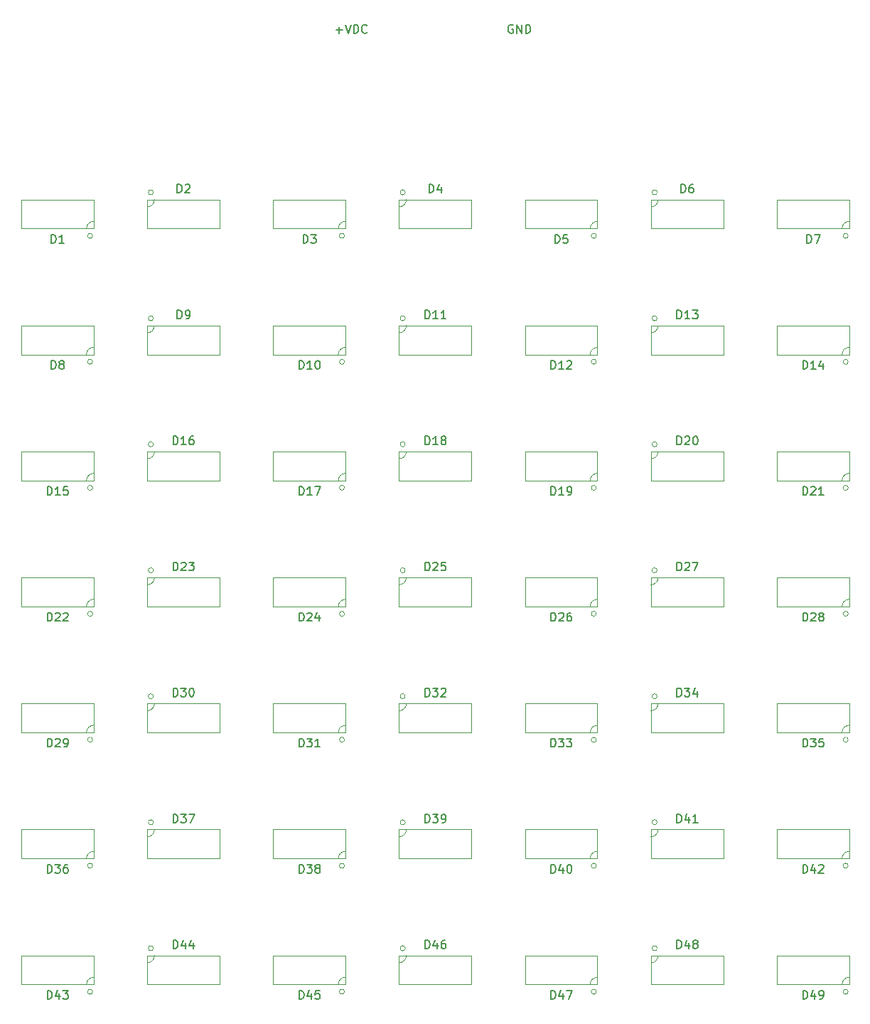
<source format=gbr>
G04 #@! TF.GenerationSoftware,KiCad,Pcbnew,(5.1.4)-1*
G04 #@! TF.CreationDate,2020-03-11T17:01:30-07:00*
G04 #@! TF.ProjectId,mouse led array,6d6f7573-6520-46c6-9564-206172726179,rev?*
G04 #@! TF.SameCoordinates,Original*
G04 #@! TF.FileFunction,Legend,Top*
G04 #@! TF.FilePolarity,Positive*
%FSLAX46Y46*%
G04 Gerber Fmt 4.6, Leading zero omitted, Abs format (unit mm)*
G04 Created by KiCad (PCBNEW (5.1.4)-1) date 2020-03-11 17:01:30*
%MOMM*%
%LPD*%
G04 APERTURE LIST*
%ADD10C,0.150000*%
%ADD11C,0.120000*%
G04 APERTURE END LIST*
D10*
X78714476Y-21611428D02*
X79476380Y-21611428D01*
X79095428Y-21992380D02*
X79095428Y-21230476D01*
X79809714Y-20992380D02*
X80143047Y-21992380D01*
X80476380Y-20992380D01*
X80809714Y-21992380D02*
X80809714Y-20992380D01*
X81047809Y-20992380D01*
X81190666Y-21040000D01*
X81285904Y-21135238D01*
X81333523Y-21230476D01*
X81381142Y-21420952D01*
X81381142Y-21563809D01*
X81333523Y-21754285D01*
X81285904Y-21849523D01*
X81190666Y-21944761D01*
X81047809Y-21992380D01*
X80809714Y-21992380D01*
X82381142Y-21897142D02*
X82333523Y-21944761D01*
X82190666Y-21992380D01*
X82095428Y-21992380D01*
X81952571Y-21944761D01*
X81857333Y-21849523D01*
X81809714Y-21754285D01*
X81762095Y-21563809D01*
X81762095Y-21420952D01*
X81809714Y-21230476D01*
X81857333Y-21135238D01*
X81952571Y-21040000D01*
X82095428Y-20992380D01*
X82190666Y-20992380D01*
X82333523Y-21040000D01*
X82381142Y-21087619D01*
X99762095Y-21040000D02*
X99666857Y-20992380D01*
X99524000Y-20992380D01*
X99381142Y-21040000D01*
X99285904Y-21135238D01*
X99238285Y-21230476D01*
X99190666Y-21420952D01*
X99190666Y-21563809D01*
X99238285Y-21754285D01*
X99285904Y-21849523D01*
X99381142Y-21944761D01*
X99524000Y-21992380D01*
X99619238Y-21992380D01*
X99762095Y-21944761D01*
X99809714Y-21897142D01*
X99809714Y-21563809D01*
X99619238Y-21563809D01*
X100238285Y-21992380D02*
X100238285Y-20992380D01*
X100809714Y-21992380D01*
X100809714Y-20992380D01*
X101285904Y-21992380D02*
X101285904Y-20992380D01*
X101524000Y-20992380D01*
X101666857Y-21040000D01*
X101762095Y-21135238D01*
X101809714Y-21230476D01*
X101857333Y-21420952D01*
X101857333Y-21563809D01*
X101809714Y-21754285D01*
X101762095Y-21849523D01*
X101666857Y-21944761D01*
X101524000Y-21992380D01*
X101285904Y-21992380D01*
D11*
X139705250Y-136127500D02*
G75*
G03X139705250Y-136127500I-300000J0D01*
G01*
X138974000Y-135265000D02*
G75*
G02X139836500Y-134402500I862500J0D01*
G01*
X139836500Y-131815000D02*
X139836500Y-135265000D01*
X131211500Y-131815000D02*
X139836500Y-131815000D01*
X131211500Y-135265000D02*
X131211500Y-131815000D01*
X139836500Y-135265000D02*
X131211500Y-135265000D01*
X116942750Y-130952500D02*
G75*
G03X116942750Y-130952500I-300000J0D01*
G01*
X117074000Y-131815000D02*
G75*
G02X116211500Y-132677500I-862500J0D01*
G01*
X116211500Y-135265000D02*
X116211500Y-131815000D01*
X124836500Y-135265000D02*
X116211500Y-135265000D01*
X124836500Y-131815000D02*
X124836500Y-135265000D01*
X116211500Y-131815000D02*
X124836500Y-131815000D01*
X109705250Y-136127500D02*
G75*
G03X109705250Y-136127500I-300000J0D01*
G01*
X108974000Y-135265000D02*
G75*
G02X109836500Y-134402500I862500J0D01*
G01*
X109836500Y-131815000D02*
X109836500Y-135265000D01*
X101211500Y-131815000D02*
X109836500Y-131815000D01*
X101211500Y-135265000D02*
X101211500Y-131815000D01*
X109836500Y-135265000D02*
X101211500Y-135265000D01*
X86942750Y-130952500D02*
G75*
G03X86942750Y-130952500I-300000J0D01*
G01*
X87074000Y-131815000D02*
G75*
G02X86211500Y-132677500I-862500J0D01*
G01*
X86211500Y-135265000D02*
X86211500Y-131815000D01*
X94836500Y-135265000D02*
X86211500Y-135265000D01*
X94836500Y-131815000D02*
X94836500Y-135265000D01*
X86211500Y-131815000D02*
X94836500Y-131815000D01*
X79705250Y-136127500D02*
G75*
G03X79705250Y-136127500I-300000J0D01*
G01*
X78974000Y-135265000D02*
G75*
G02X79836500Y-134402500I862500J0D01*
G01*
X79836500Y-131815000D02*
X79836500Y-135265000D01*
X71211500Y-131815000D02*
X79836500Y-131815000D01*
X71211500Y-135265000D02*
X71211500Y-131815000D01*
X79836500Y-135265000D02*
X71211500Y-135265000D01*
X56942750Y-130952500D02*
G75*
G03X56942750Y-130952500I-300000J0D01*
G01*
X57074000Y-131815000D02*
G75*
G02X56211500Y-132677500I-862500J0D01*
G01*
X56211500Y-135265000D02*
X56211500Y-131815000D01*
X64836500Y-135265000D02*
X56211500Y-135265000D01*
X64836500Y-131815000D02*
X64836500Y-135265000D01*
X56211500Y-131815000D02*
X64836500Y-131815000D01*
X49705250Y-136127500D02*
G75*
G03X49705250Y-136127500I-300000J0D01*
G01*
X48974000Y-135265000D02*
G75*
G02X49836500Y-134402500I862500J0D01*
G01*
X49836500Y-131815000D02*
X49836500Y-135265000D01*
X41211500Y-131815000D02*
X49836500Y-131815000D01*
X41211500Y-135265000D02*
X41211500Y-131815000D01*
X49836500Y-135265000D02*
X41211500Y-135265000D01*
X139705250Y-121127500D02*
G75*
G03X139705250Y-121127500I-300000J0D01*
G01*
X138974000Y-120265000D02*
G75*
G02X139836500Y-119402500I862500J0D01*
G01*
X139836500Y-116815000D02*
X139836500Y-120265000D01*
X131211500Y-116815000D02*
X139836500Y-116815000D01*
X131211500Y-120265000D02*
X131211500Y-116815000D01*
X139836500Y-120265000D02*
X131211500Y-120265000D01*
X116942750Y-115952500D02*
G75*
G03X116942750Y-115952500I-300000J0D01*
G01*
X117074000Y-116815000D02*
G75*
G02X116211500Y-117677500I-862500J0D01*
G01*
X116211500Y-120265000D02*
X116211500Y-116815000D01*
X124836500Y-120265000D02*
X116211500Y-120265000D01*
X124836500Y-116815000D02*
X124836500Y-120265000D01*
X116211500Y-116815000D02*
X124836500Y-116815000D01*
X109705250Y-121127500D02*
G75*
G03X109705250Y-121127500I-300000J0D01*
G01*
X108974000Y-120265000D02*
G75*
G02X109836500Y-119402500I862500J0D01*
G01*
X109836500Y-116815000D02*
X109836500Y-120265000D01*
X101211500Y-116815000D02*
X109836500Y-116815000D01*
X101211500Y-120265000D02*
X101211500Y-116815000D01*
X109836500Y-120265000D02*
X101211500Y-120265000D01*
X86942750Y-115952500D02*
G75*
G03X86942750Y-115952500I-300000J0D01*
G01*
X87074000Y-116815000D02*
G75*
G02X86211500Y-117677500I-862500J0D01*
G01*
X86211500Y-120265000D02*
X86211500Y-116815000D01*
X94836500Y-120265000D02*
X86211500Y-120265000D01*
X94836500Y-116815000D02*
X94836500Y-120265000D01*
X86211500Y-116815000D02*
X94836500Y-116815000D01*
X79705250Y-121127500D02*
G75*
G03X79705250Y-121127500I-300000J0D01*
G01*
X78974000Y-120265000D02*
G75*
G02X79836500Y-119402500I862500J0D01*
G01*
X79836500Y-116815000D02*
X79836500Y-120265000D01*
X71211500Y-116815000D02*
X79836500Y-116815000D01*
X71211500Y-120265000D02*
X71211500Y-116815000D01*
X79836500Y-120265000D02*
X71211500Y-120265000D01*
X56942750Y-115952500D02*
G75*
G03X56942750Y-115952500I-300000J0D01*
G01*
X57074000Y-116815000D02*
G75*
G02X56211500Y-117677500I-862500J0D01*
G01*
X56211500Y-120265000D02*
X56211500Y-116815000D01*
X64836500Y-120265000D02*
X56211500Y-120265000D01*
X64836500Y-116815000D02*
X64836500Y-120265000D01*
X56211500Y-116815000D02*
X64836500Y-116815000D01*
X49705250Y-121127500D02*
G75*
G03X49705250Y-121127500I-300000J0D01*
G01*
X48974000Y-120265000D02*
G75*
G02X49836500Y-119402500I862500J0D01*
G01*
X49836500Y-116815000D02*
X49836500Y-120265000D01*
X41211500Y-116815000D02*
X49836500Y-116815000D01*
X41211500Y-120265000D02*
X41211500Y-116815000D01*
X49836500Y-120265000D02*
X41211500Y-120265000D01*
X139705250Y-106127500D02*
G75*
G03X139705250Y-106127500I-300000J0D01*
G01*
X138974000Y-105265000D02*
G75*
G02X139836500Y-104402500I862500J0D01*
G01*
X139836500Y-101815000D02*
X139836500Y-105265000D01*
X131211500Y-101815000D02*
X139836500Y-101815000D01*
X131211500Y-105265000D02*
X131211500Y-101815000D01*
X139836500Y-105265000D02*
X131211500Y-105265000D01*
X116942750Y-100952500D02*
G75*
G03X116942750Y-100952500I-300000J0D01*
G01*
X117074000Y-101815000D02*
G75*
G02X116211500Y-102677500I-862500J0D01*
G01*
X116211500Y-105265000D02*
X116211500Y-101815000D01*
X124836500Y-105265000D02*
X116211500Y-105265000D01*
X124836500Y-101815000D02*
X124836500Y-105265000D01*
X116211500Y-101815000D02*
X124836500Y-101815000D01*
X109705250Y-106127500D02*
G75*
G03X109705250Y-106127500I-300000J0D01*
G01*
X108974000Y-105265000D02*
G75*
G02X109836500Y-104402500I862500J0D01*
G01*
X109836500Y-101815000D02*
X109836500Y-105265000D01*
X101211500Y-101815000D02*
X109836500Y-101815000D01*
X101211500Y-105265000D02*
X101211500Y-101815000D01*
X109836500Y-105265000D02*
X101211500Y-105265000D01*
X86942750Y-100952500D02*
G75*
G03X86942750Y-100952500I-300000J0D01*
G01*
X87074000Y-101815000D02*
G75*
G02X86211500Y-102677500I-862500J0D01*
G01*
X86211500Y-105265000D02*
X86211500Y-101815000D01*
X94836500Y-105265000D02*
X86211500Y-105265000D01*
X94836500Y-101815000D02*
X94836500Y-105265000D01*
X86211500Y-101815000D02*
X94836500Y-101815000D01*
X79705250Y-106127500D02*
G75*
G03X79705250Y-106127500I-300000J0D01*
G01*
X78974000Y-105265000D02*
G75*
G02X79836500Y-104402500I862500J0D01*
G01*
X79836500Y-101815000D02*
X79836500Y-105265000D01*
X71211500Y-101815000D02*
X79836500Y-101815000D01*
X71211500Y-105265000D02*
X71211500Y-101815000D01*
X79836500Y-105265000D02*
X71211500Y-105265000D01*
X56942750Y-100952500D02*
G75*
G03X56942750Y-100952500I-300000J0D01*
G01*
X57074000Y-101815000D02*
G75*
G02X56211500Y-102677500I-862500J0D01*
G01*
X56211500Y-105265000D02*
X56211500Y-101815000D01*
X64836500Y-105265000D02*
X56211500Y-105265000D01*
X64836500Y-101815000D02*
X64836500Y-105265000D01*
X56211500Y-101815000D02*
X64836500Y-101815000D01*
X49705250Y-106127500D02*
G75*
G03X49705250Y-106127500I-300000J0D01*
G01*
X48974000Y-105265000D02*
G75*
G02X49836500Y-104402500I862500J0D01*
G01*
X49836500Y-101815000D02*
X49836500Y-105265000D01*
X41211500Y-101815000D02*
X49836500Y-101815000D01*
X41211500Y-105265000D02*
X41211500Y-101815000D01*
X49836500Y-105265000D02*
X41211500Y-105265000D01*
X139705250Y-91127500D02*
G75*
G03X139705250Y-91127500I-300000J0D01*
G01*
X138974000Y-90265000D02*
G75*
G02X139836500Y-89402500I862500J0D01*
G01*
X139836500Y-86815000D02*
X139836500Y-90265000D01*
X131211500Y-86815000D02*
X139836500Y-86815000D01*
X131211500Y-90265000D02*
X131211500Y-86815000D01*
X139836500Y-90265000D02*
X131211500Y-90265000D01*
X116942750Y-85952500D02*
G75*
G03X116942750Y-85952500I-300000J0D01*
G01*
X117074000Y-86815000D02*
G75*
G02X116211500Y-87677500I-862500J0D01*
G01*
X116211500Y-90265000D02*
X116211500Y-86815000D01*
X124836500Y-90265000D02*
X116211500Y-90265000D01*
X124836500Y-86815000D02*
X124836500Y-90265000D01*
X116211500Y-86815000D02*
X124836500Y-86815000D01*
X109705250Y-91127500D02*
G75*
G03X109705250Y-91127500I-300000J0D01*
G01*
X108974000Y-90265000D02*
G75*
G02X109836500Y-89402500I862500J0D01*
G01*
X109836500Y-86815000D02*
X109836500Y-90265000D01*
X101211500Y-86815000D02*
X109836500Y-86815000D01*
X101211500Y-90265000D02*
X101211500Y-86815000D01*
X109836500Y-90265000D02*
X101211500Y-90265000D01*
X86942750Y-85952500D02*
G75*
G03X86942750Y-85952500I-300000J0D01*
G01*
X87074000Y-86815000D02*
G75*
G02X86211500Y-87677500I-862500J0D01*
G01*
X86211500Y-90265000D02*
X86211500Y-86815000D01*
X94836500Y-90265000D02*
X86211500Y-90265000D01*
X94836500Y-86815000D02*
X94836500Y-90265000D01*
X86211500Y-86815000D02*
X94836500Y-86815000D01*
X79705250Y-91127500D02*
G75*
G03X79705250Y-91127500I-300000J0D01*
G01*
X78974000Y-90265000D02*
G75*
G02X79836500Y-89402500I862500J0D01*
G01*
X79836500Y-86815000D02*
X79836500Y-90265000D01*
X71211500Y-86815000D02*
X79836500Y-86815000D01*
X71211500Y-90265000D02*
X71211500Y-86815000D01*
X79836500Y-90265000D02*
X71211500Y-90265000D01*
X56942750Y-85952500D02*
G75*
G03X56942750Y-85952500I-300000J0D01*
G01*
X57074000Y-86815000D02*
G75*
G02X56211500Y-87677500I-862500J0D01*
G01*
X56211500Y-90265000D02*
X56211500Y-86815000D01*
X64836500Y-90265000D02*
X56211500Y-90265000D01*
X64836500Y-86815000D02*
X64836500Y-90265000D01*
X56211500Y-86815000D02*
X64836500Y-86815000D01*
X49705250Y-91127500D02*
G75*
G03X49705250Y-91127500I-300000J0D01*
G01*
X48974000Y-90265000D02*
G75*
G02X49836500Y-89402500I862500J0D01*
G01*
X49836500Y-86815000D02*
X49836500Y-90265000D01*
X41211500Y-86815000D02*
X49836500Y-86815000D01*
X41211500Y-90265000D02*
X41211500Y-86815000D01*
X49836500Y-90265000D02*
X41211500Y-90265000D01*
X139705250Y-76127500D02*
G75*
G03X139705250Y-76127500I-300000J0D01*
G01*
X138974000Y-75265000D02*
G75*
G02X139836500Y-74402500I862500J0D01*
G01*
X139836500Y-71815000D02*
X139836500Y-75265000D01*
X131211500Y-71815000D02*
X139836500Y-71815000D01*
X131211500Y-75265000D02*
X131211500Y-71815000D01*
X139836500Y-75265000D02*
X131211500Y-75265000D01*
X116942750Y-70952500D02*
G75*
G03X116942750Y-70952500I-300000J0D01*
G01*
X117074000Y-71815000D02*
G75*
G02X116211500Y-72677500I-862500J0D01*
G01*
X116211500Y-75265000D02*
X116211500Y-71815000D01*
X124836500Y-75265000D02*
X116211500Y-75265000D01*
X124836500Y-71815000D02*
X124836500Y-75265000D01*
X116211500Y-71815000D02*
X124836500Y-71815000D01*
X109705250Y-76127500D02*
G75*
G03X109705250Y-76127500I-300000J0D01*
G01*
X108974000Y-75265000D02*
G75*
G02X109836500Y-74402500I862500J0D01*
G01*
X109836500Y-71815000D02*
X109836500Y-75265000D01*
X101211500Y-71815000D02*
X109836500Y-71815000D01*
X101211500Y-75265000D02*
X101211500Y-71815000D01*
X109836500Y-75265000D02*
X101211500Y-75265000D01*
X86942750Y-70952500D02*
G75*
G03X86942750Y-70952500I-300000J0D01*
G01*
X87074000Y-71815000D02*
G75*
G02X86211500Y-72677500I-862500J0D01*
G01*
X86211500Y-75265000D02*
X86211500Y-71815000D01*
X94836500Y-75265000D02*
X86211500Y-75265000D01*
X94836500Y-71815000D02*
X94836500Y-75265000D01*
X86211500Y-71815000D02*
X94836500Y-71815000D01*
X79705250Y-76127500D02*
G75*
G03X79705250Y-76127500I-300000J0D01*
G01*
X78974000Y-75265000D02*
G75*
G02X79836500Y-74402500I862500J0D01*
G01*
X79836500Y-71815000D02*
X79836500Y-75265000D01*
X71211500Y-71815000D02*
X79836500Y-71815000D01*
X71211500Y-75265000D02*
X71211500Y-71815000D01*
X79836500Y-75265000D02*
X71211500Y-75265000D01*
X56942750Y-70952500D02*
G75*
G03X56942750Y-70952500I-300000J0D01*
G01*
X57074000Y-71815000D02*
G75*
G02X56211500Y-72677500I-862500J0D01*
G01*
X56211500Y-75265000D02*
X56211500Y-71815000D01*
X64836500Y-75265000D02*
X56211500Y-75265000D01*
X64836500Y-71815000D02*
X64836500Y-75265000D01*
X56211500Y-71815000D02*
X64836500Y-71815000D01*
X49705250Y-76127500D02*
G75*
G03X49705250Y-76127500I-300000J0D01*
G01*
X48974000Y-75265000D02*
G75*
G02X49836500Y-74402500I862500J0D01*
G01*
X49836500Y-71815000D02*
X49836500Y-75265000D01*
X41211500Y-71815000D02*
X49836500Y-71815000D01*
X41211500Y-75265000D02*
X41211500Y-71815000D01*
X49836500Y-75265000D02*
X41211500Y-75265000D01*
X139705250Y-61127500D02*
G75*
G03X139705250Y-61127500I-300000J0D01*
G01*
X138974000Y-60265000D02*
G75*
G02X139836500Y-59402500I862500J0D01*
G01*
X139836500Y-56815000D02*
X139836500Y-60265000D01*
X131211500Y-56815000D02*
X139836500Y-56815000D01*
X131211500Y-60265000D02*
X131211500Y-56815000D01*
X139836500Y-60265000D02*
X131211500Y-60265000D01*
X116942750Y-55952500D02*
G75*
G03X116942750Y-55952500I-300000J0D01*
G01*
X117074000Y-56815000D02*
G75*
G02X116211500Y-57677500I-862500J0D01*
G01*
X116211500Y-60265000D02*
X116211500Y-56815000D01*
X124836500Y-60265000D02*
X116211500Y-60265000D01*
X124836500Y-56815000D02*
X124836500Y-60265000D01*
X116211500Y-56815000D02*
X124836500Y-56815000D01*
X109705250Y-61127500D02*
G75*
G03X109705250Y-61127500I-300000J0D01*
G01*
X108974000Y-60265000D02*
G75*
G02X109836500Y-59402500I862500J0D01*
G01*
X109836500Y-56815000D02*
X109836500Y-60265000D01*
X101211500Y-56815000D02*
X109836500Y-56815000D01*
X101211500Y-60265000D02*
X101211500Y-56815000D01*
X109836500Y-60265000D02*
X101211500Y-60265000D01*
X86942750Y-55952500D02*
G75*
G03X86942750Y-55952500I-300000J0D01*
G01*
X87074000Y-56815000D02*
G75*
G02X86211500Y-57677500I-862500J0D01*
G01*
X86211500Y-60265000D02*
X86211500Y-56815000D01*
X94836500Y-60265000D02*
X86211500Y-60265000D01*
X94836500Y-56815000D02*
X94836500Y-60265000D01*
X86211500Y-56815000D02*
X94836500Y-56815000D01*
X79705250Y-61127500D02*
G75*
G03X79705250Y-61127500I-300000J0D01*
G01*
X78974000Y-60265000D02*
G75*
G02X79836500Y-59402500I862500J0D01*
G01*
X79836500Y-56815000D02*
X79836500Y-60265000D01*
X71211500Y-56815000D02*
X79836500Y-56815000D01*
X71211500Y-60265000D02*
X71211500Y-56815000D01*
X79836500Y-60265000D02*
X71211500Y-60265000D01*
X56942750Y-55952500D02*
G75*
G03X56942750Y-55952500I-300000J0D01*
G01*
X57074000Y-56815000D02*
G75*
G02X56211500Y-57677500I-862500J0D01*
G01*
X56211500Y-60265000D02*
X56211500Y-56815000D01*
X64836500Y-60265000D02*
X56211500Y-60265000D01*
X64836500Y-56815000D02*
X64836500Y-60265000D01*
X56211500Y-56815000D02*
X64836500Y-56815000D01*
X49698050Y-61121800D02*
G75*
G03X49698050Y-61121800I-300000J0D01*
G01*
X48966800Y-60259300D02*
G75*
G02X49829300Y-59396800I862500J0D01*
G01*
X49829300Y-56809300D02*
X49829300Y-60259300D01*
X41204300Y-56809300D02*
X49829300Y-56809300D01*
X41204300Y-60259300D02*
X41204300Y-56809300D01*
X49829300Y-60259300D02*
X41204300Y-60259300D01*
X139705250Y-46127500D02*
G75*
G03X139705250Y-46127500I-300000J0D01*
G01*
X138974000Y-45265000D02*
G75*
G02X139836500Y-44402500I862500J0D01*
G01*
X139836500Y-41815000D02*
X139836500Y-45265000D01*
X131211500Y-41815000D02*
X139836500Y-41815000D01*
X131211500Y-45265000D02*
X131211500Y-41815000D01*
X139836500Y-45265000D02*
X131211500Y-45265000D01*
X116942750Y-40952500D02*
G75*
G03X116942750Y-40952500I-300000J0D01*
G01*
X117074000Y-41815000D02*
G75*
G02X116211500Y-42677500I-862500J0D01*
G01*
X116211500Y-45265000D02*
X116211500Y-41815000D01*
X124836500Y-45265000D02*
X116211500Y-45265000D01*
X124836500Y-41815000D02*
X124836500Y-45265000D01*
X116211500Y-41815000D02*
X124836500Y-41815000D01*
X109705250Y-46127500D02*
G75*
G03X109705250Y-46127500I-300000J0D01*
G01*
X108974000Y-45265000D02*
G75*
G02X109836500Y-44402500I862500J0D01*
G01*
X109836500Y-41815000D02*
X109836500Y-45265000D01*
X101211500Y-41815000D02*
X109836500Y-41815000D01*
X101211500Y-45265000D02*
X101211500Y-41815000D01*
X109836500Y-45265000D02*
X101211500Y-45265000D01*
X86942750Y-40952500D02*
G75*
G03X86942750Y-40952500I-300000J0D01*
G01*
X87074000Y-41815000D02*
G75*
G02X86211500Y-42677500I-862500J0D01*
G01*
X86211500Y-45265000D02*
X86211500Y-41815000D01*
X94836500Y-45265000D02*
X86211500Y-45265000D01*
X94836500Y-41815000D02*
X94836500Y-45265000D01*
X86211500Y-41815000D02*
X94836500Y-41815000D01*
X79705250Y-46127500D02*
G75*
G03X79705250Y-46127500I-300000J0D01*
G01*
X78974000Y-45265000D02*
G75*
G02X79836500Y-44402500I862500J0D01*
G01*
X79836500Y-41815000D02*
X79836500Y-45265000D01*
X71211500Y-41815000D02*
X79836500Y-41815000D01*
X71211500Y-45265000D02*
X71211500Y-41815000D01*
X79836500Y-45265000D02*
X71211500Y-45265000D01*
X56942750Y-40952500D02*
G75*
G03X56942750Y-40952500I-300000J0D01*
G01*
X57074000Y-41815000D02*
G75*
G02X56211500Y-42677500I-862500J0D01*
G01*
X56211500Y-45265000D02*
X56211500Y-41815000D01*
X64836500Y-45265000D02*
X56211500Y-45265000D01*
X64836500Y-41815000D02*
X64836500Y-45265000D01*
X56211500Y-41815000D02*
X64836500Y-41815000D01*
X49705250Y-46127500D02*
G75*
G03X49705250Y-46127500I-300000J0D01*
G01*
X48974000Y-45265000D02*
G75*
G02X49836500Y-44402500I862500J0D01*
G01*
X49836500Y-41815000D02*
X49836500Y-45265000D01*
X41211500Y-41815000D02*
X49836500Y-41815000D01*
X41211500Y-45265000D02*
X41211500Y-41815000D01*
X49836500Y-45265000D02*
X41211500Y-45265000D01*
D10*
X134309714Y-136992380D02*
X134309714Y-135992380D01*
X134547809Y-135992380D01*
X134690666Y-136040000D01*
X134785904Y-136135238D01*
X134833523Y-136230476D01*
X134881142Y-136420952D01*
X134881142Y-136563809D01*
X134833523Y-136754285D01*
X134785904Y-136849523D01*
X134690666Y-136944761D01*
X134547809Y-136992380D01*
X134309714Y-136992380D01*
X135738285Y-136325714D02*
X135738285Y-136992380D01*
X135500190Y-135944761D02*
X135262095Y-136659047D01*
X135881142Y-136659047D01*
X136309714Y-136992380D02*
X136500190Y-136992380D01*
X136595428Y-136944761D01*
X136643047Y-136897142D01*
X136738285Y-136754285D01*
X136785904Y-136563809D01*
X136785904Y-136182857D01*
X136738285Y-136087619D01*
X136690666Y-136040000D01*
X136595428Y-135992380D01*
X136404952Y-135992380D01*
X136309714Y-136040000D01*
X136262095Y-136087619D01*
X136214476Y-136182857D01*
X136214476Y-136420952D01*
X136262095Y-136516190D01*
X136309714Y-136563809D01*
X136404952Y-136611428D01*
X136595428Y-136611428D01*
X136690666Y-136563809D01*
X136738285Y-136516190D01*
X136785904Y-136420952D01*
X119309714Y-130992380D02*
X119309714Y-129992380D01*
X119547809Y-129992380D01*
X119690666Y-130040000D01*
X119785904Y-130135238D01*
X119833523Y-130230476D01*
X119881142Y-130420952D01*
X119881142Y-130563809D01*
X119833523Y-130754285D01*
X119785904Y-130849523D01*
X119690666Y-130944761D01*
X119547809Y-130992380D01*
X119309714Y-130992380D01*
X120738285Y-130325714D02*
X120738285Y-130992380D01*
X120500190Y-129944761D02*
X120262095Y-130659047D01*
X120881142Y-130659047D01*
X121404952Y-130420952D02*
X121309714Y-130373333D01*
X121262095Y-130325714D01*
X121214476Y-130230476D01*
X121214476Y-130182857D01*
X121262095Y-130087619D01*
X121309714Y-130040000D01*
X121404952Y-129992380D01*
X121595428Y-129992380D01*
X121690666Y-130040000D01*
X121738285Y-130087619D01*
X121785904Y-130182857D01*
X121785904Y-130230476D01*
X121738285Y-130325714D01*
X121690666Y-130373333D01*
X121595428Y-130420952D01*
X121404952Y-130420952D01*
X121309714Y-130468571D01*
X121262095Y-130516190D01*
X121214476Y-130611428D01*
X121214476Y-130801904D01*
X121262095Y-130897142D01*
X121309714Y-130944761D01*
X121404952Y-130992380D01*
X121595428Y-130992380D01*
X121690666Y-130944761D01*
X121738285Y-130897142D01*
X121785904Y-130801904D01*
X121785904Y-130611428D01*
X121738285Y-130516190D01*
X121690666Y-130468571D01*
X121595428Y-130420952D01*
X104309714Y-136992380D02*
X104309714Y-135992380D01*
X104547809Y-135992380D01*
X104690666Y-136040000D01*
X104785904Y-136135238D01*
X104833523Y-136230476D01*
X104881142Y-136420952D01*
X104881142Y-136563809D01*
X104833523Y-136754285D01*
X104785904Y-136849523D01*
X104690666Y-136944761D01*
X104547809Y-136992380D01*
X104309714Y-136992380D01*
X105738285Y-136325714D02*
X105738285Y-136992380D01*
X105500190Y-135944761D02*
X105262095Y-136659047D01*
X105881142Y-136659047D01*
X106166857Y-135992380D02*
X106833523Y-135992380D01*
X106404952Y-136992380D01*
X89309714Y-130992380D02*
X89309714Y-129992380D01*
X89547809Y-129992380D01*
X89690666Y-130040000D01*
X89785904Y-130135238D01*
X89833523Y-130230476D01*
X89881142Y-130420952D01*
X89881142Y-130563809D01*
X89833523Y-130754285D01*
X89785904Y-130849523D01*
X89690666Y-130944761D01*
X89547809Y-130992380D01*
X89309714Y-130992380D01*
X90738285Y-130325714D02*
X90738285Y-130992380D01*
X90500190Y-129944761D02*
X90262095Y-130659047D01*
X90881142Y-130659047D01*
X91690666Y-129992380D02*
X91500190Y-129992380D01*
X91404952Y-130040000D01*
X91357333Y-130087619D01*
X91262095Y-130230476D01*
X91214476Y-130420952D01*
X91214476Y-130801904D01*
X91262095Y-130897142D01*
X91309714Y-130944761D01*
X91404952Y-130992380D01*
X91595428Y-130992380D01*
X91690666Y-130944761D01*
X91738285Y-130897142D01*
X91785904Y-130801904D01*
X91785904Y-130563809D01*
X91738285Y-130468571D01*
X91690666Y-130420952D01*
X91595428Y-130373333D01*
X91404952Y-130373333D01*
X91309714Y-130420952D01*
X91262095Y-130468571D01*
X91214476Y-130563809D01*
X74309714Y-136992380D02*
X74309714Y-135992380D01*
X74547809Y-135992380D01*
X74690666Y-136040000D01*
X74785904Y-136135238D01*
X74833523Y-136230476D01*
X74881142Y-136420952D01*
X74881142Y-136563809D01*
X74833523Y-136754285D01*
X74785904Y-136849523D01*
X74690666Y-136944761D01*
X74547809Y-136992380D01*
X74309714Y-136992380D01*
X75738285Y-136325714D02*
X75738285Y-136992380D01*
X75500190Y-135944761D02*
X75262095Y-136659047D01*
X75881142Y-136659047D01*
X76738285Y-135992380D02*
X76262095Y-135992380D01*
X76214476Y-136468571D01*
X76262095Y-136420952D01*
X76357333Y-136373333D01*
X76595428Y-136373333D01*
X76690666Y-136420952D01*
X76738285Y-136468571D01*
X76785904Y-136563809D01*
X76785904Y-136801904D01*
X76738285Y-136897142D01*
X76690666Y-136944761D01*
X76595428Y-136992380D01*
X76357333Y-136992380D01*
X76262095Y-136944761D01*
X76214476Y-136897142D01*
X59309714Y-130992380D02*
X59309714Y-129992380D01*
X59547809Y-129992380D01*
X59690666Y-130040000D01*
X59785904Y-130135238D01*
X59833523Y-130230476D01*
X59881142Y-130420952D01*
X59881142Y-130563809D01*
X59833523Y-130754285D01*
X59785904Y-130849523D01*
X59690666Y-130944761D01*
X59547809Y-130992380D01*
X59309714Y-130992380D01*
X60738285Y-130325714D02*
X60738285Y-130992380D01*
X60500190Y-129944761D02*
X60262095Y-130659047D01*
X60881142Y-130659047D01*
X61690666Y-130325714D02*
X61690666Y-130992380D01*
X61452571Y-129944761D02*
X61214476Y-130659047D01*
X61833523Y-130659047D01*
X44309714Y-136992380D02*
X44309714Y-135992380D01*
X44547809Y-135992380D01*
X44690666Y-136040000D01*
X44785904Y-136135238D01*
X44833523Y-136230476D01*
X44881142Y-136420952D01*
X44881142Y-136563809D01*
X44833523Y-136754285D01*
X44785904Y-136849523D01*
X44690666Y-136944761D01*
X44547809Y-136992380D01*
X44309714Y-136992380D01*
X45738285Y-136325714D02*
X45738285Y-136992380D01*
X45500190Y-135944761D02*
X45262095Y-136659047D01*
X45881142Y-136659047D01*
X46166857Y-135992380D02*
X46785904Y-135992380D01*
X46452571Y-136373333D01*
X46595428Y-136373333D01*
X46690666Y-136420952D01*
X46738285Y-136468571D01*
X46785904Y-136563809D01*
X46785904Y-136801904D01*
X46738285Y-136897142D01*
X46690666Y-136944761D01*
X46595428Y-136992380D01*
X46309714Y-136992380D01*
X46214476Y-136944761D01*
X46166857Y-136897142D01*
X134309714Y-121992380D02*
X134309714Y-120992380D01*
X134547809Y-120992380D01*
X134690666Y-121040000D01*
X134785904Y-121135238D01*
X134833523Y-121230476D01*
X134881142Y-121420952D01*
X134881142Y-121563809D01*
X134833523Y-121754285D01*
X134785904Y-121849523D01*
X134690666Y-121944761D01*
X134547809Y-121992380D01*
X134309714Y-121992380D01*
X135738285Y-121325714D02*
X135738285Y-121992380D01*
X135500190Y-120944761D02*
X135262095Y-121659047D01*
X135881142Y-121659047D01*
X136214476Y-121087619D02*
X136262095Y-121040000D01*
X136357333Y-120992380D01*
X136595428Y-120992380D01*
X136690666Y-121040000D01*
X136738285Y-121087619D01*
X136785904Y-121182857D01*
X136785904Y-121278095D01*
X136738285Y-121420952D01*
X136166857Y-121992380D01*
X136785904Y-121992380D01*
X119309714Y-115992380D02*
X119309714Y-114992380D01*
X119547809Y-114992380D01*
X119690666Y-115040000D01*
X119785904Y-115135238D01*
X119833523Y-115230476D01*
X119881142Y-115420952D01*
X119881142Y-115563809D01*
X119833523Y-115754285D01*
X119785904Y-115849523D01*
X119690666Y-115944761D01*
X119547809Y-115992380D01*
X119309714Y-115992380D01*
X120738285Y-115325714D02*
X120738285Y-115992380D01*
X120500190Y-114944761D02*
X120262095Y-115659047D01*
X120881142Y-115659047D01*
X121785904Y-115992380D02*
X121214476Y-115992380D01*
X121500190Y-115992380D02*
X121500190Y-114992380D01*
X121404952Y-115135238D01*
X121309714Y-115230476D01*
X121214476Y-115278095D01*
X104309714Y-121992380D02*
X104309714Y-120992380D01*
X104547809Y-120992380D01*
X104690666Y-121040000D01*
X104785904Y-121135238D01*
X104833523Y-121230476D01*
X104881142Y-121420952D01*
X104881142Y-121563809D01*
X104833523Y-121754285D01*
X104785904Y-121849523D01*
X104690666Y-121944761D01*
X104547809Y-121992380D01*
X104309714Y-121992380D01*
X105738285Y-121325714D02*
X105738285Y-121992380D01*
X105500190Y-120944761D02*
X105262095Y-121659047D01*
X105881142Y-121659047D01*
X106452571Y-120992380D02*
X106547809Y-120992380D01*
X106643047Y-121040000D01*
X106690666Y-121087619D01*
X106738285Y-121182857D01*
X106785904Y-121373333D01*
X106785904Y-121611428D01*
X106738285Y-121801904D01*
X106690666Y-121897142D01*
X106643047Y-121944761D01*
X106547809Y-121992380D01*
X106452571Y-121992380D01*
X106357333Y-121944761D01*
X106309714Y-121897142D01*
X106262095Y-121801904D01*
X106214476Y-121611428D01*
X106214476Y-121373333D01*
X106262095Y-121182857D01*
X106309714Y-121087619D01*
X106357333Y-121040000D01*
X106452571Y-120992380D01*
X89309714Y-115992380D02*
X89309714Y-114992380D01*
X89547809Y-114992380D01*
X89690666Y-115040000D01*
X89785904Y-115135238D01*
X89833523Y-115230476D01*
X89881142Y-115420952D01*
X89881142Y-115563809D01*
X89833523Y-115754285D01*
X89785904Y-115849523D01*
X89690666Y-115944761D01*
X89547809Y-115992380D01*
X89309714Y-115992380D01*
X90214476Y-114992380D02*
X90833523Y-114992380D01*
X90500190Y-115373333D01*
X90643047Y-115373333D01*
X90738285Y-115420952D01*
X90785904Y-115468571D01*
X90833523Y-115563809D01*
X90833523Y-115801904D01*
X90785904Y-115897142D01*
X90738285Y-115944761D01*
X90643047Y-115992380D01*
X90357333Y-115992380D01*
X90262095Y-115944761D01*
X90214476Y-115897142D01*
X91309714Y-115992380D02*
X91500190Y-115992380D01*
X91595428Y-115944761D01*
X91643047Y-115897142D01*
X91738285Y-115754285D01*
X91785904Y-115563809D01*
X91785904Y-115182857D01*
X91738285Y-115087619D01*
X91690666Y-115040000D01*
X91595428Y-114992380D01*
X91404952Y-114992380D01*
X91309714Y-115040000D01*
X91262095Y-115087619D01*
X91214476Y-115182857D01*
X91214476Y-115420952D01*
X91262095Y-115516190D01*
X91309714Y-115563809D01*
X91404952Y-115611428D01*
X91595428Y-115611428D01*
X91690666Y-115563809D01*
X91738285Y-115516190D01*
X91785904Y-115420952D01*
X74309714Y-121992380D02*
X74309714Y-120992380D01*
X74547809Y-120992380D01*
X74690666Y-121040000D01*
X74785904Y-121135238D01*
X74833523Y-121230476D01*
X74881142Y-121420952D01*
X74881142Y-121563809D01*
X74833523Y-121754285D01*
X74785904Y-121849523D01*
X74690666Y-121944761D01*
X74547809Y-121992380D01*
X74309714Y-121992380D01*
X75214476Y-120992380D02*
X75833523Y-120992380D01*
X75500190Y-121373333D01*
X75643047Y-121373333D01*
X75738285Y-121420952D01*
X75785904Y-121468571D01*
X75833523Y-121563809D01*
X75833523Y-121801904D01*
X75785904Y-121897142D01*
X75738285Y-121944761D01*
X75643047Y-121992380D01*
X75357333Y-121992380D01*
X75262095Y-121944761D01*
X75214476Y-121897142D01*
X76404952Y-121420952D02*
X76309714Y-121373333D01*
X76262095Y-121325714D01*
X76214476Y-121230476D01*
X76214476Y-121182857D01*
X76262095Y-121087619D01*
X76309714Y-121040000D01*
X76404952Y-120992380D01*
X76595428Y-120992380D01*
X76690666Y-121040000D01*
X76738285Y-121087619D01*
X76785904Y-121182857D01*
X76785904Y-121230476D01*
X76738285Y-121325714D01*
X76690666Y-121373333D01*
X76595428Y-121420952D01*
X76404952Y-121420952D01*
X76309714Y-121468571D01*
X76262095Y-121516190D01*
X76214476Y-121611428D01*
X76214476Y-121801904D01*
X76262095Y-121897142D01*
X76309714Y-121944761D01*
X76404952Y-121992380D01*
X76595428Y-121992380D01*
X76690666Y-121944761D01*
X76738285Y-121897142D01*
X76785904Y-121801904D01*
X76785904Y-121611428D01*
X76738285Y-121516190D01*
X76690666Y-121468571D01*
X76595428Y-121420952D01*
X59309714Y-115992380D02*
X59309714Y-114992380D01*
X59547809Y-114992380D01*
X59690666Y-115040000D01*
X59785904Y-115135238D01*
X59833523Y-115230476D01*
X59881142Y-115420952D01*
X59881142Y-115563809D01*
X59833523Y-115754285D01*
X59785904Y-115849523D01*
X59690666Y-115944761D01*
X59547809Y-115992380D01*
X59309714Y-115992380D01*
X60214476Y-114992380D02*
X60833523Y-114992380D01*
X60500190Y-115373333D01*
X60643047Y-115373333D01*
X60738285Y-115420952D01*
X60785904Y-115468571D01*
X60833523Y-115563809D01*
X60833523Y-115801904D01*
X60785904Y-115897142D01*
X60738285Y-115944761D01*
X60643047Y-115992380D01*
X60357333Y-115992380D01*
X60262095Y-115944761D01*
X60214476Y-115897142D01*
X61166857Y-114992380D02*
X61833523Y-114992380D01*
X61404952Y-115992380D01*
X44309714Y-121992380D02*
X44309714Y-120992380D01*
X44547809Y-120992380D01*
X44690666Y-121040000D01*
X44785904Y-121135238D01*
X44833523Y-121230476D01*
X44881142Y-121420952D01*
X44881142Y-121563809D01*
X44833523Y-121754285D01*
X44785904Y-121849523D01*
X44690666Y-121944761D01*
X44547809Y-121992380D01*
X44309714Y-121992380D01*
X45214476Y-120992380D02*
X45833523Y-120992380D01*
X45500190Y-121373333D01*
X45643047Y-121373333D01*
X45738285Y-121420952D01*
X45785904Y-121468571D01*
X45833523Y-121563809D01*
X45833523Y-121801904D01*
X45785904Y-121897142D01*
X45738285Y-121944761D01*
X45643047Y-121992380D01*
X45357333Y-121992380D01*
X45262095Y-121944761D01*
X45214476Y-121897142D01*
X46690666Y-120992380D02*
X46500190Y-120992380D01*
X46404952Y-121040000D01*
X46357333Y-121087619D01*
X46262095Y-121230476D01*
X46214476Y-121420952D01*
X46214476Y-121801904D01*
X46262095Y-121897142D01*
X46309714Y-121944761D01*
X46404952Y-121992380D01*
X46595428Y-121992380D01*
X46690666Y-121944761D01*
X46738285Y-121897142D01*
X46785904Y-121801904D01*
X46785904Y-121563809D01*
X46738285Y-121468571D01*
X46690666Y-121420952D01*
X46595428Y-121373333D01*
X46404952Y-121373333D01*
X46309714Y-121420952D01*
X46262095Y-121468571D01*
X46214476Y-121563809D01*
X134309714Y-106992380D02*
X134309714Y-105992380D01*
X134547809Y-105992380D01*
X134690666Y-106040000D01*
X134785904Y-106135238D01*
X134833523Y-106230476D01*
X134881142Y-106420952D01*
X134881142Y-106563809D01*
X134833523Y-106754285D01*
X134785904Y-106849523D01*
X134690666Y-106944761D01*
X134547809Y-106992380D01*
X134309714Y-106992380D01*
X135214476Y-105992380D02*
X135833523Y-105992380D01*
X135500190Y-106373333D01*
X135643047Y-106373333D01*
X135738285Y-106420952D01*
X135785904Y-106468571D01*
X135833523Y-106563809D01*
X135833523Y-106801904D01*
X135785904Y-106897142D01*
X135738285Y-106944761D01*
X135643047Y-106992380D01*
X135357333Y-106992380D01*
X135262095Y-106944761D01*
X135214476Y-106897142D01*
X136738285Y-105992380D02*
X136262095Y-105992380D01*
X136214476Y-106468571D01*
X136262095Y-106420952D01*
X136357333Y-106373333D01*
X136595428Y-106373333D01*
X136690666Y-106420952D01*
X136738285Y-106468571D01*
X136785904Y-106563809D01*
X136785904Y-106801904D01*
X136738285Y-106897142D01*
X136690666Y-106944761D01*
X136595428Y-106992380D01*
X136357333Y-106992380D01*
X136262095Y-106944761D01*
X136214476Y-106897142D01*
X119309714Y-100992380D02*
X119309714Y-99992380D01*
X119547809Y-99992380D01*
X119690666Y-100040000D01*
X119785904Y-100135238D01*
X119833523Y-100230476D01*
X119881142Y-100420952D01*
X119881142Y-100563809D01*
X119833523Y-100754285D01*
X119785904Y-100849523D01*
X119690666Y-100944761D01*
X119547809Y-100992380D01*
X119309714Y-100992380D01*
X120214476Y-99992380D02*
X120833523Y-99992380D01*
X120500190Y-100373333D01*
X120643047Y-100373333D01*
X120738285Y-100420952D01*
X120785904Y-100468571D01*
X120833523Y-100563809D01*
X120833523Y-100801904D01*
X120785904Y-100897142D01*
X120738285Y-100944761D01*
X120643047Y-100992380D01*
X120357333Y-100992380D01*
X120262095Y-100944761D01*
X120214476Y-100897142D01*
X121690666Y-100325714D02*
X121690666Y-100992380D01*
X121452571Y-99944761D02*
X121214476Y-100659047D01*
X121833523Y-100659047D01*
X104309714Y-106992380D02*
X104309714Y-105992380D01*
X104547809Y-105992380D01*
X104690666Y-106040000D01*
X104785904Y-106135238D01*
X104833523Y-106230476D01*
X104881142Y-106420952D01*
X104881142Y-106563809D01*
X104833523Y-106754285D01*
X104785904Y-106849523D01*
X104690666Y-106944761D01*
X104547809Y-106992380D01*
X104309714Y-106992380D01*
X105214476Y-105992380D02*
X105833523Y-105992380D01*
X105500190Y-106373333D01*
X105643047Y-106373333D01*
X105738285Y-106420952D01*
X105785904Y-106468571D01*
X105833523Y-106563809D01*
X105833523Y-106801904D01*
X105785904Y-106897142D01*
X105738285Y-106944761D01*
X105643047Y-106992380D01*
X105357333Y-106992380D01*
X105262095Y-106944761D01*
X105214476Y-106897142D01*
X106166857Y-105992380D02*
X106785904Y-105992380D01*
X106452571Y-106373333D01*
X106595428Y-106373333D01*
X106690666Y-106420952D01*
X106738285Y-106468571D01*
X106785904Y-106563809D01*
X106785904Y-106801904D01*
X106738285Y-106897142D01*
X106690666Y-106944761D01*
X106595428Y-106992380D01*
X106309714Y-106992380D01*
X106214476Y-106944761D01*
X106166857Y-106897142D01*
X89309714Y-100992380D02*
X89309714Y-99992380D01*
X89547809Y-99992380D01*
X89690666Y-100040000D01*
X89785904Y-100135238D01*
X89833523Y-100230476D01*
X89881142Y-100420952D01*
X89881142Y-100563809D01*
X89833523Y-100754285D01*
X89785904Y-100849523D01*
X89690666Y-100944761D01*
X89547809Y-100992380D01*
X89309714Y-100992380D01*
X90214476Y-99992380D02*
X90833523Y-99992380D01*
X90500190Y-100373333D01*
X90643047Y-100373333D01*
X90738285Y-100420952D01*
X90785904Y-100468571D01*
X90833523Y-100563809D01*
X90833523Y-100801904D01*
X90785904Y-100897142D01*
X90738285Y-100944761D01*
X90643047Y-100992380D01*
X90357333Y-100992380D01*
X90262095Y-100944761D01*
X90214476Y-100897142D01*
X91214476Y-100087619D02*
X91262095Y-100040000D01*
X91357333Y-99992380D01*
X91595428Y-99992380D01*
X91690666Y-100040000D01*
X91738285Y-100087619D01*
X91785904Y-100182857D01*
X91785904Y-100278095D01*
X91738285Y-100420952D01*
X91166857Y-100992380D01*
X91785904Y-100992380D01*
X74309714Y-106992380D02*
X74309714Y-105992380D01*
X74547809Y-105992380D01*
X74690666Y-106040000D01*
X74785904Y-106135238D01*
X74833523Y-106230476D01*
X74881142Y-106420952D01*
X74881142Y-106563809D01*
X74833523Y-106754285D01*
X74785904Y-106849523D01*
X74690666Y-106944761D01*
X74547809Y-106992380D01*
X74309714Y-106992380D01*
X75214476Y-105992380D02*
X75833523Y-105992380D01*
X75500190Y-106373333D01*
X75643047Y-106373333D01*
X75738285Y-106420952D01*
X75785904Y-106468571D01*
X75833523Y-106563809D01*
X75833523Y-106801904D01*
X75785904Y-106897142D01*
X75738285Y-106944761D01*
X75643047Y-106992380D01*
X75357333Y-106992380D01*
X75262095Y-106944761D01*
X75214476Y-106897142D01*
X76785904Y-106992380D02*
X76214476Y-106992380D01*
X76500190Y-106992380D02*
X76500190Y-105992380D01*
X76404952Y-106135238D01*
X76309714Y-106230476D01*
X76214476Y-106278095D01*
X59309714Y-100992380D02*
X59309714Y-99992380D01*
X59547809Y-99992380D01*
X59690666Y-100040000D01*
X59785904Y-100135238D01*
X59833523Y-100230476D01*
X59881142Y-100420952D01*
X59881142Y-100563809D01*
X59833523Y-100754285D01*
X59785904Y-100849523D01*
X59690666Y-100944761D01*
X59547809Y-100992380D01*
X59309714Y-100992380D01*
X60214476Y-99992380D02*
X60833523Y-99992380D01*
X60500190Y-100373333D01*
X60643047Y-100373333D01*
X60738285Y-100420952D01*
X60785904Y-100468571D01*
X60833523Y-100563809D01*
X60833523Y-100801904D01*
X60785904Y-100897142D01*
X60738285Y-100944761D01*
X60643047Y-100992380D01*
X60357333Y-100992380D01*
X60262095Y-100944761D01*
X60214476Y-100897142D01*
X61452571Y-99992380D02*
X61547809Y-99992380D01*
X61643047Y-100040000D01*
X61690666Y-100087619D01*
X61738285Y-100182857D01*
X61785904Y-100373333D01*
X61785904Y-100611428D01*
X61738285Y-100801904D01*
X61690666Y-100897142D01*
X61643047Y-100944761D01*
X61547809Y-100992380D01*
X61452571Y-100992380D01*
X61357333Y-100944761D01*
X61309714Y-100897142D01*
X61262095Y-100801904D01*
X61214476Y-100611428D01*
X61214476Y-100373333D01*
X61262095Y-100182857D01*
X61309714Y-100087619D01*
X61357333Y-100040000D01*
X61452571Y-99992380D01*
X44309714Y-106992380D02*
X44309714Y-105992380D01*
X44547809Y-105992380D01*
X44690666Y-106040000D01*
X44785904Y-106135238D01*
X44833523Y-106230476D01*
X44881142Y-106420952D01*
X44881142Y-106563809D01*
X44833523Y-106754285D01*
X44785904Y-106849523D01*
X44690666Y-106944761D01*
X44547809Y-106992380D01*
X44309714Y-106992380D01*
X45262095Y-106087619D02*
X45309714Y-106040000D01*
X45404952Y-105992380D01*
X45643047Y-105992380D01*
X45738285Y-106040000D01*
X45785904Y-106087619D01*
X45833523Y-106182857D01*
X45833523Y-106278095D01*
X45785904Y-106420952D01*
X45214476Y-106992380D01*
X45833523Y-106992380D01*
X46309714Y-106992380D02*
X46500190Y-106992380D01*
X46595428Y-106944761D01*
X46643047Y-106897142D01*
X46738285Y-106754285D01*
X46785904Y-106563809D01*
X46785904Y-106182857D01*
X46738285Y-106087619D01*
X46690666Y-106040000D01*
X46595428Y-105992380D01*
X46404952Y-105992380D01*
X46309714Y-106040000D01*
X46262095Y-106087619D01*
X46214476Y-106182857D01*
X46214476Y-106420952D01*
X46262095Y-106516190D01*
X46309714Y-106563809D01*
X46404952Y-106611428D01*
X46595428Y-106611428D01*
X46690666Y-106563809D01*
X46738285Y-106516190D01*
X46785904Y-106420952D01*
X134309714Y-91992380D02*
X134309714Y-90992380D01*
X134547809Y-90992380D01*
X134690666Y-91040000D01*
X134785904Y-91135238D01*
X134833523Y-91230476D01*
X134881142Y-91420952D01*
X134881142Y-91563809D01*
X134833523Y-91754285D01*
X134785904Y-91849523D01*
X134690666Y-91944761D01*
X134547809Y-91992380D01*
X134309714Y-91992380D01*
X135262095Y-91087619D02*
X135309714Y-91040000D01*
X135404952Y-90992380D01*
X135643047Y-90992380D01*
X135738285Y-91040000D01*
X135785904Y-91087619D01*
X135833523Y-91182857D01*
X135833523Y-91278095D01*
X135785904Y-91420952D01*
X135214476Y-91992380D01*
X135833523Y-91992380D01*
X136404952Y-91420952D02*
X136309714Y-91373333D01*
X136262095Y-91325714D01*
X136214476Y-91230476D01*
X136214476Y-91182857D01*
X136262095Y-91087619D01*
X136309714Y-91040000D01*
X136404952Y-90992380D01*
X136595428Y-90992380D01*
X136690666Y-91040000D01*
X136738285Y-91087619D01*
X136785904Y-91182857D01*
X136785904Y-91230476D01*
X136738285Y-91325714D01*
X136690666Y-91373333D01*
X136595428Y-91420952D01*
X136404952Y-91420952D01*
X136309714Y-91468571D01*
X136262095Y-91516190D01*
X136214476Y-91611428D01*
X136214476Y-91801904D01*
X136262095Y-91897142D01*
X136309714Y-91944761D01*
X136404952Y-91992380D01*
X136595428Y-91992380D01*
X136690666Y-91944761D01*
X136738285Y-91897142D01*
X136785904Y-91801904D01*
X136785904Y-91611428D01*
X136738285Y-91516190D01*
X136690666Y-91468571D01*
X136595428Y-91420952D01*
X119309714Y-85992380D02*
X119309714Y-84992380D01*
X119547809Y-84992380D01*
X119690666Y-85040000D01*
X119785904Y-85135238D01*
X119833523Y-85230476D01*
X119881142Y-85420952D01*
X119881142Y-85563809D01*
X119833523Y-85754285D01*
X119785904Y-85849523D01*
X119690666Y-85944761D01*
X119547809Y-85992380D01*
X119309714Y-85992380D01*
X120262095Y-85087619D02*
X120309714Y-85040000D01*
X120404952Y-84992380D01*
X120643047Y-84992380D01*
X120738285Y-85040000D01*
X120785904Y-85087619D01*
X120833523Y-85182857D01*
X120833523Y-85278095D01*
X120785904Y-85420952D01*
X120214476Y-85992380D01*
X120833523Y-85992380D01*
X121166857Y-84992380D02*
X121833523Y-84992380D01*
X121404952Y-85992380D01*
X104309714Y-91992380D02*
X104309714Y-90992380D01*
X104547809Y-90992380D01*
X104690666Y-91040000D01*
X104785904Y-91135238D01*
X104833523Y-91230476D01*
X104881142Y-91420952D01*
X104881142Y-91563809D01*
X104833523Y-91754285D01*
X104785904Y-91849523D01*
X104690666Y-91944761D01*
X104547809Y-91992380D01*
X104309714Y-91992380D01*
X105262095Y-91087619D02*
X105309714Y-91040000D01*
X105404952Y-90992380D01*
X105643047Y-90992380D01*
X105738285Y-91040000D01*
X105785904Y-91087619D01*
X105833523Y-91182857D01*
X105833523Y-91278095D01*
X105785904Y-91420952D01*
X105214476Y-91992380D01*
X105833523Y-91992380D01*
X106690666Y-90992380D02*
X106500190Y-90992380D01*
X106404952Y-91040000D01*
X106357333Y-91087619D01*
X106262095Y-91230476D01*
X106214476Y-91420952D01*
X106214476Y-91801904D01*
X106262095Y-91897142D01*
X106309714Y-91944761D01*
X106404952Y-91992380D01*
X106595428Y-91992380D01*
X106690666Y-91944761D01*
X106738285Y-91897142D01*
X106785904Y-91801904D01*
X106785904Y-91563809D01*
X106738285Y-91468571D01*
X106690666Y-91420952D01*
X106595428Y-91373333D01*
X106404952Y-91373333D01*
X106309714Y-91420952D01*
X106262095Y-91468571D01*
X106214476Y-91563809D01*
X89309714Y-85992380D02*
X89309714Y-84992380D01*
X89547809Y-84992380D01*
X89690666Y-85040000D01*
X89785904Y-85135238D01*
X89833523Y-85230476D01*
X89881142Y-85420952D01*
X89881142Y-85563809D01*
X89833523Y-85754285D01*
X89785904Y-85849523D01*
X89690666Y-85944761D01*
X89547809Y-85992380D01*
X89309714Y-85992380D01*
X90262095Y-85087619D02*
X90309714Y-85040000D01*
X90404952Y-84992380D01*
X90643047Y-84992380D01*
X90738285Y-85040000D01*
X90785904Y-85087619D01*
X90833523Y-85182857D01*
X90833523Y-85278095D01*
X90785904Y-85420952D01*
X90214476Y-85992380D01*
X90833523Y-85992380D01*
X91738285Y-84992380D02*
X91262095Y-84992380D01*
X91214476Y-85468571D01*
X91262095Y-85420952D01*
X91357333Y-85373333D01*
X91595428Y-85373333D01*
X91690666Y-85420952D01*
X91738285Y-85468571D01*
X91785904Y-85563809D01*
X91785904Y-85801904D01*
X91738285Y-85897142D01*
X91690666Y-85944761D01*
X91595428Y-85992380D01*
X91357333Y-85992380D01*
X91262095Y-85944761D01*
X91214476Y-85897142D01*
X74309714Y-91992380D02*
X74309714Y-90992380D01*
X74547809Y-90992380D01*
X74690666Y-91040000D01*
X74785904Y-91135238D01*
X74833523Y-91230476D01*
X74881142Y-91420952D01*
X74881142Y-91563809D01*
X74833523Y-91754285D01*
X74785904Y-91849523D01*
X74690666Y-91944761D01*
X74547809Y-91992380D01*
X74309714Y-91992380D01*
X75262095Y-91087619D02*
X75309714Y-91040000D01*
X75404952Y-90992380D01*
X75643047Y-90992380D01*
X75738285Y-91040000D01*
X75785904Y-91087619D01*
X75833523Y-91182857D01*
X75833523Y-91278095D01*
X75785904Y-91420952D01*
X75214476Y-91992380D01*
X75833523Y-91992380D01*
X76690666Y-91325714D02*
X76690666Y-91992380D01*
X76452571Y-90944761D02*
X76214476Y-91659047D01*
X76833523Y-91659047D01*
X59309714Y-85992380D02*
X59309714Y-84992380D01*
X59547809Y-84992380D01*
X59690666Y-85040000D01*
X59785904Y-85135238D01*
X59833523Y-85230476D01*
X59881142Y-85420952D01*
X59881142Y-85563809D01*
X59833523Y-85754285D01*
X59785904Y-85849523D01*
X59690666Y-85944761D01*
X59547809Y-85992380D01*
X59309714Y-85992380D01*
X60262095Y-85087619D02*
X60309714Y-85040000D01*
X60404952Y-84992380D01*
X60643047Y-84992380D01*
X60738285Y-85040000D01*
X60785904Y-85087619D01*
X60833523Y-85182857D01*
X60833523Y-85278095D01*
X60785904Y-85420952D01*
X60214476Y-85992380D01*
X60833523Y-85992380D01*
X61166857Y-84992380D02*
X61785904Y-84992380D01*
X61452571Y-85373333D01*
X61595428Y-85373333D01*
X61690666Y-85420952D01*
X61738285Y-85468571D01*
X61785904Y-85563809D01*
X61785904Y-85801904D01*
X61738285Y-85897142D01*
X61690666Y-85944761D01*
X61595428Y-85992380D01*
X61309714Y-85992380D01*
X61214476Y-85944761D01*
X61166857Y-85897142D01*
X44309714Y-91992380D02*
X44309714Y-90992380D01*
X44547809Y-90992380D01*
X44690666Y-91040000D01*
X44785904Y-91135238D01*
X44833523Y-91230476D01*
X44881142Y-91420952D01*
X44881142Y-91563809D01*
X44833523Y-91754285D01*
X44785904Y-91849523D01*
X44690666Y-91944761D01*
X44547809Y-91992380D01*
X44309714Y-91992380D01*
X45262095Y-91087619D02*
X45309714Y-91040000D01*
X45404952Y-90992380D01*
X45643047Y-90992380D01*
X45738285Y-91040000D01*
X45785904Y-91087619D01*
X45833523Y-91182857D01*
X45833523Y-91278095D01*
X45785904Y-91420952D01*
X45214476Y-91992380D01*
X45833523Y-91992380D01*
X46214476Y-91087619D02*
X46262095Y-91040000D01*
X46357333Y-90992380D01*
X46595428Y-90992380D01*
X46690666Y-91040000D01*
X46738285Y-91087619D01*
X46785904Y-91182857D01*
X46785904Y-91278095D01*
X46738285Y-91420952D01*
X46166857Y-91992380D01*
X46785904Y-91992380D01*
X134309714Y-76992380D02*
X134309714Y-75992380D01*
X134547809Y-75992380D01*
X134690666Y-76040000D01*
X134785904Y-76135238D01*
X134833523Y-76230476D01*
X134881142Y-76420952D01*
X134881142Y-76563809D01*
X134833523Y-76754285D01*
X134785904Y-76849523D01*
X134690666Y-76944761D01*
X134547809Y-76992380D01*
X134309714Y-76992380D01*
X135262095Y-76087619D02*
X135309714Y-76040000D01*
X135404952Y-75992380D01*
X135643047Y-75992380D01*
X135738285Y-76040000D01*
X135785904Y-76087619D01*
X135833523Y-76182857D01*
X135833523Y-76278095D01*
X135785904Y-76420952D01*
X135214476Y-76992380D01*
X135833523Y-76992380D01*
X136785904Y-76992380D02*
X136214476Y-76992380D01*
X136500190Y-76992380D02*
X136500190Y-75992380D01*
X136404952Y-76135238D01*
X136309714Y-76230476D01*
X136214476Y-76278095D01*
X119309714Y-70992380D02*
X119309714Y-69992380D01*
X119547809Y-69992380D01*
X119690666Y-70040000D01*
X119785904Y-70135238D01*
X119833523Y-70230476D01*
X119881142Y-70420952D01*
X119881142Y-70563809D01*
X119833523Y-70754285D01*
X119785904Y-70849523D01*
X119690666Y-70944761D01*
X119547809Y-70992380D01*
X119309714Y-70992380D01*
X120262095Y-70087619D02*
X120309714Y-70040000D01*
X120404952Y-69992380D01*
X120643047Y-69992380D01*
X120738285Y-70040000D01*
X120785904Y-70087619D01*
X120833523Y-70182857D01*
X120833523Y-70278095D01*
X120785904Y-70420952D01*
X120214476Y-70992380D01*
X120833523Y-70992380D01*
X121452571Y-69992380D02*
X121547809Y-69992380D01*
X121643047Y-70040000D01*
X121690666Y-70087619D01*
X121738285Y-70182857D01*
X121785904Y-70373333D01*
X121785904Y-70611428D01*
X121738285Y-70801904D01*
X121690666Y-70897142D01*
X121643047Y-70944761D01*
X121547809Y-70992380D01*
X121452571Y-70992380D01*
X121357333Y-70944761D01*
X121309714Y-70897142D01*
X121262095Y-70801904D01*
X121214476Y-70611428D01*
X121214476Y-70373333D01*
X121262095Y-70182857D01*
X121309714Y-70087619D01*
X121357333Y-70040000D01*
X121452571Y-69992380D01*
X104309714Y-76992380D02*
X104309714Y-75992380D01*
X104547809Y-75992380D01*
X104690666Y-76040000D01*
X104785904Y-76135238D01*
X104833523Y-76230476D01*
X104881142Y-76420952D01*
X104881142Y-76563809D01*
X104833523Y-76754285D01*
X104785904Y-76849523D01*
X104690666Y-76944761D01*
X104547809Y-76992380D01*
X104309714Y-76992380D01*
X105833523Y-76992380D02*
X105262095Y-76992380D01*
X105547809Y-76992380D02*
X105547809Y-75992380D01*
X105452571Y-76135238D01*
X105357333Y-76230476D01*
X105262095Y-76278095D01*
X106309714Y-76992380D02*
X106500190Y-76992380D01*
X106595428Y-76944761D01*
X106643047Y-76897142D01*
X106738285Y-76754285D01*
X106785904Y-76563809D01*
X106785904Y-76182857D01*
X106738285Y-76087619D01*
X106690666Y-76040000D01*
X106595428Y-75992380D01*
X106404952Y-75992380D01*
X106309714Y-76040000D01*
X106262095Y-76087619D01*
X106214476Y-76182857D01*
X106214476Y-76420952D01*
X106262095Y-76516190D01*
X106309714Y-76563809D01*
X106404952Y-76611428D01*
X106595428Y-76611428D01*
X106690666Y-76563809D01*
X106738285Y-76516190D01*
X106785904Y-76420952D01*
X89309714Y-70992380D02*
X89309714Y-69992380D01*
X89547809Y-69992380D01*
X89690666Y-70040000D01*
X89785904Y-70135238D01*
X89833523Y-70230476D01*
X89881142Y-70420952D01*
X89881142Y-70563809D01*
X89833523Y-70754285D01*
X89785904Y-70849523D01*
X89690666Y-70944761D01*
X89547809Y-70992380D01*
X89309714Y-70992380D01*
X90833523Y-70992380D02*
X90262095Y-70992380D01*
X90547809Y-70992380D02*
X90547809Y-69992380D01*
X90452571Y-70135238D01*
X90357333Y-70230476D01*
X90262095Y-70278095D01*
X91404952Y-70420952D02*
X91309714Y-70373333D01*
X91262095Y-70325714D01*
X91214476Y-70230476D01*
X91214476Y-70182857D01*
X91262095Y-70087619D01*
X91309714Y-70040000D01*
X91404952Y-69992380D01*
X91595428Y-69992380D01*
X91690666Y-70040000D01*
X91738285Y-70087619D01*
X91785904Y-70182857D01*
X91785904Y-70230476D01*
X91738285Y-70325714D01*
X91690666Y-70373333D01*
X91595428Y-70420952D01*
X91404952Y-70420952D01*
X91309714Y-70468571D01*
X91262095Y-70516190D01*
X91214476Y-70611428D01*
X91214476Y-70801904D01*
X91262095Y-70897142D01*
X91309714Y-70944761D01*
X91404952Y-70992380D01*
X91595428Y-70992380D01*
X91690666Y-70944761D01*
X91738285Y-70897142D01*
X91785904Y-70801904D01*
X91785904Y-70611428D01*
X91738285Y-70516190D01*
X91690666Y-70468571D01*
X91595428Y-70420952D01*
X74309714Y-76992380D02*
X74309714Y-75992380D01*
X74547809Y-75992380D01*
X74690666Y-76040000D01*
X74785904Y-76135238D01*
X74833523Y-76230476D01*
X74881142Y-76420952D01*
X74881142Y-76563809D01*
X74833523Y-76754285D01*
X74785904Y-76849523D01*
X74690666Y-76944761D01*
X74547809Y-76992380D01*
X74309714Y-76992380D01*
X75833523Y-76992380D02*
X75262095Y-76992380D01*
X75547809Y-76992380D02*
X75547809Y-75992380D01*
X75452571Y-76135238D01*
X75357333Y-76230476D01*
X75262095Y-76278095D01*
X76166857Y-75992380D02*
X76833523Y-75992380D01*
X76404952Y-76992380D01*
X59309714Y-70992380D02*
X59309714Y-69992380D01*
X59547809Y-69992380D01*
X59690666Y-70040000D01*
X59785904Y-70135238D01*
X59833523Y-70230476D01*
X59881142Y-70420952D01*
X59881142Y-70563809D01*
X59833523Y-70754285D01*
X59785904Y-70849523D01*
X59690666Y-70944761D01*
X59547809Y-70992380D01*
X59309714Y-70992380D01*
X60833523Y-70992380D02*
X60262095Y-70992380D01*
X60547809Y-70992380D02*
X60547809Y-69992380D01*
X60452571Y-70135238D01*
X60357333Y-70230476D01*
X60262095Y-70278095D01*
X61690666Y-69992380D02*
X61500190Y-69992380D01*
X61404952Y-70040000D01*
X61357333Y-70087619D01*
X61262095Y-70230476D01*
X61214476Y-70420952D01*
X61214476Y-70801904D01*
X61262095Y-70897142D01*
X61309714Y-70944761D01*
X61404952Y-70992380D01*
X61595428Y-70992380D01*
X61690666Y-70944761D01*
X61738285Y-70897142D01*
X61785904Y-70801904D01*
X61785904Y-70563809D01*
X61738285Y-70468571D01*
X61690666Y-70420952D01*
X61595428Y-70373333D01*
X61404952Y-70373333D01*
X61309714Y-70420952D01*
X61262095Y-70468571D01*
X61214476Y-70563809D01*
X44309714Y-76992380D02*
X44309714Y-75992380D01*
X44547809Y-75992380D01*
X44690666Y-76040000D01*
X44785904Y-76135238D01*
X44833523Y-76230476D01*
X44881142Y-76420952D01*
X44881142Y-76563809D01*
X44833523Y-76754285D01*
X44785904Y-76849523D01*
X44690666Y-76944761D01*
X44547809Y-76992380D01*
X44309714Y-76992380D01*
X45833523Y-76992380D02*
X45262095Y-76992380D01*
X45547809Y-76992380D02*
X45547809Y-75992380D01*
X45452571Y-76135238D01*
X45357333Y-76230476D01*
X45262095Y-76278095D01*
X46738285Y-75992380D02*
X46262095Y-75992380D01*
X46214476Y-76468571D01*
X46262095Y-76420952D01*
X46357333Y-76373333D01*
X46595428Y-76373333D01*
X46690666Y-76420952D01*
X46738285Y-76468571D01*
X46785904Y-76563809D01*
X46785904Y-76801904D01*
X46738285Y-76897142D01*
X46690666Y-76944761D01*
X46595428Y-76992380D01*
X46357333Y-76992380D01*
X46262095Y-76944761D01*
X46214476Y-76897142D01*
X134309714Y-61992380D02*
X134309714Y-60992380D01*
X134547809Y-60992380D01*
X134690666Y-61040000D01*
X134785904Y-61135238D01*
X134833523Y-61230476D01*
X134881142Y-61420952D01*
X134881142Y-61563809D01*
X134833523Y-61754285D01*
X134785904Y-61849523D01*
X134690666Y-61944761D01*
X134547809Y-61992380D01*
X134309714Y-61992380D01*
X135833523Y-61992380D02*
X135262095Y-61992380D01*
X135547809Y-61992380D02*
X135547809Y-60992380D01*
X135452571Y-61135238D01*
X135357333Y-61230476D01*
X135262095Y-61278095D01*
X136690666Y-61325714D02*
X136690666Y-61992380D01*
X136452571Y-60944761D02*
X136214476Y-61659047D01*
X136833523Y-61659047D01*
X119309714Y-55992380D02*
X119309714Y-54992380D01*
X119547809Y-54992380D01*
X119690666Y-55040000D01*
X119785904Y-55135238D01*
X119833523Y-55230476D01*
X119881142Y-55420952D01*
X119881142Y-55563809D01*
X119833523Y-55754285D01*
X119785904Y-55849523D01*
X119690666Y-55944761D01*
X119547809Y-55992380D01*
X119309714Y-55992380D01*
X120833523Y-55992380D02*
X120262095Y-55992380D01*
X120547809Y-55992380D02*
X120547809Y-54992380D01*
X120452571Y-55135238D01*
X120357333Y-55230476D01*
X120262095Y-55278095D01*
X121166857Y-54992380D02*
X121785904Y-54992380D01*
X121452571Y-55373333D01*
X121595428Y-55373333D01*
X121690666Y-55420952D01*
X121738285Y-55468571D01*
X121785904Y-55563809D01*
X121785904Y-55801904D01*
X121738285Y-55897142D01*
X121690666Y-55944761D01*
X121595428Y-55992380D01*
X121309714Y-55992380D01*
X121214476Y-55944761D01*
X121166857Y-55897142D01*
X104309714Y-61992380D02*
X104309714Y-60992380D01*
X104547809Y-60992380D01*
X104690666Y-61040000D01*
X104785904Y-61135238D01*
X104833523Y-61230476D01*
X104881142Y-61420952D01*
X104881142Y-61563809D01*
X104833523Y-61754285D01*
X104785904Y-61849523D01*
X104690666Y-61944761D01*
X104547809Y-61992380D01*
X104309714Y-61992380D01*
X105833523Y-61992380D02*
X105262095Y-61992380D01*
X105547809Y-61992380D02*
X105547809Y-60992380D01*
X105452571Y-61135238D01*
X105357333Y-61230476D01*
X105262095Y-61278095D01*
X106214476Y-61087619D02*
X106262095Y-61040000D01*
X106357333Y-60992380D01*
X106595428Y-60992380D01*
X106690666Y-61040000D01*
X106738285Y-61087619D01*
X106785904Y-61182857D01*
X106785904Y-61278095D01*
X106738285Y-61420952D01*
X106166857Y-61992380D01*
X106785904Y-61992380D01*
X89309714Y-55992380D02*
X89309714Y-54992380D01*
X89547809Y-54992380D01*
X89690666Y-55040000D01*
X89785904Y-55135238D01*
X89833523Y-55230476D01*
X89881142Y-55420952D01*
X89881142Y-55563809D01*
X89833523Y-55754285D01*
X89785904Y-55849523D01*
X89690666Y-55944761D01*
X89547809Y-55992380D01*
X89309714Y-55992380D01*
X90833523Y-55992380D02*
X90262095Y-55992380D01*
X90547809Y-55992380D02*
X90547809Y-54992380D01*
X90452571Y-55135238D01*
X90357333Y-55230476D01*
X90262095Y-55278095D01*
X91785904Y-55992380D02*
X91214476Y-55992380D01*
X91500190Y-55992380D02*
X91500190Y-54992380D01*
X91404952Y-55135238D01*
X91309714Y-55230476D01*
X91214476Y-55278095D01*
X74309714Y-61992380D02*
X74309714Y-60992380D01*
X74547809Y-60992380D01*
X74690666Y-61040000D01*
X74785904Y-61135238D01*
X74833523Y-61230476D01*
X74881142Y-61420952D01*
X74881142Y-61563809D01*
X74833523Y-61754285D01*
X74785904Y-61849523D01*
X74690666Y-61944761D01*
X74547809Y-61992380D01*
X74309714Y-61992380D01*
X75833523Y-61992380D02*
X75262095Y-61992380D01*
X75547809Y-61992380D02*
X75547809Y-60992380D01*
X75452571Y-61135238D01*
X75357333Y-61230476D01*
X75262095Y-61278095D01*
X76452571Y-60992380D02*
X76547809Y-60992380D01*
X76643047Y-61040000D01*
X76690666Y-61087619D01*
X76738285Y-61182857D01*
X76785904Y-61373333D01*
X76785904Y-61611428D01*
X76738285Y-61801904D01*
X76690666Y-61897142D01*
X76643047Y-61944761D01*
X76547809Y-61992380D01*
X76452571Y-61992380D01*
X76357333Y-61944761D01*
X76309714Y-61897142D01*
X76262095Y-61801904D01*
X76214476Y-61611428D01*
X76214476Y-61373333D01*
X76262095Y-61182857D01*
X76309714Y-61087619D01*
X76357333Y-61040000D01*
X76452571Y-60992380D01*
X59785904Y-55992380D02*
X59785904Y-54992380D01*
X60024000Y-54992380D01*
X60166857Y-55040000D01*
X60262095Y-55135238D01*
X60309714Y-55230476D01*
X60357333Y-55420952D01*
X60357333Y-55563809D01*
X60309714Y-55754285D01*
X60262095Y-55849523D01*
X60166857Y-55944761D01*
X60024000Y-55992380D01*
X59785904Y-55992380D01*
X60833523Y-55992380D02*
X61024000Y-55992380D01*
X61119238Y-55944761D01*
X61166857Y-55897142D01*
X61262095Y-55754285D01*
X61309714Y-55563809D01*
X61309714Y-55182857D01*
X61262095Y-55087619D01*
X61214476Y-55040000D01*
X61119238Y-54992380D01*
X60928761Y-54992380D01*
X60833523Y-55040000D01*
X60785904Y-55087619D01*
X60738285Y-55182857D01*
X60738285Y-55420952D01*
X60785904Y-55516190D01*
X60833523Y-55563809D01*
X60928761Y-55611428D01*
X61119238Y-55611428D01*
X61214476Y-55563809D01*
X61262095Y-55516190D01*
X61309714Y-55420952D01*
X44778704Y-61986680D02*
X44778704Y-60986680D01*
X45016800Y-60986680D01*
X45159657Y-61034300D01*
X45254895Y-61129538D01*
X45302514Y-61224776D01*
X45350133Y-61415252D01*
X45350133Y-61558109D01*
X45302514Y-61748585D01*
X45254895Y-61843823D01*
X45159657Y-61939061D01*
X45016800Y-61986680D01*
X44778704Y-61986680D01*
X45921561Y-61415252D02*
X45826323Y-61367633D01*
X45778704Y-61320014D01*
X45731085Y-61224776D01*
X45731085Y-61177157D01*
X45778704Y-61081919D01*
X45826323Y-61034300D01*
X45921561Y-60986680D01*
X46112038Y-60986680D01*
X46207276Y-61034300D01*
X46254895Y-61081919D01*
X46302514Y-61177157D01*
X46302514Y-61224776D01*
X46254895Y-61320014D01*
X46207276Y-61367633D01*
X46112038Y-61415252D01*
X45921561Y-61415252D01*
X45826323Y-61462871D01*
X45778704Y-61510490D01*
X45731085Y-61605728D01*
X45731085Y-61796204D01*
X45778704Y-61891442D01*
X45826323Y-61939061D01*
X45921561Y-61986680D01*
X46112038Y-61986680D01*
X46207276Y-61939061D01*
X46254895Y-61891442D01*
X46302514Y-61796204D01*
X46302514Y-61605728D01*
X46254895Y-61510490D01*
X46207276Y-61462871D01*
X46112038Y-61415252D01*
X134785904Y-46992380D02*
X134785904Y-45992380D01*
X135024000Y-45992380D01*
X135166857Y-46040000D01*
X135262095Y-46135238D01*
X135309714Y-46230476D01*
X135357333Y-46420952D01*
X135357333Y-46563809D01*
X135309714Y-46754285D01*
X135262095Y-46849523D01*
X135166857Y-46944761D01*
X135024000Y-46992380D01*
X134785904Y-46992380D01*
X135690666Y-45992380D02*
X136357333Y-45992380D01*
X135928761Y-46992380D01*
X119785904Y-40992380D02*
X119785904Y-39992380D01*
X120024000Y-39992380D01*
X120166857Y-40040000D01*
X120262095Y-40135238D01*
X120309714Y-40230476D01*
X120357333Y-40420952D01*
X120357333Y-40563809D01*
X120309714Y-40754285D01*
X120262095Y-40849523D01*
X120166857Y-40944761D01*
X120024000Y-40992380D01*
X119785904Y-40992380D01*
X121214476Y-39992380D02*
X121024000Y-39992380D01*
X120928761Y-40040000D01*
X120881142Y-40087619D01*
X120785904Y-40230476D01*
X120738285Y-40420952D01*
X120738285Y-40801904D01*
X120785904Y-40897142D01*
X120833523Y-40944761D01*
X120928761Y-40992380D01*
X121119238Y-40992380D01*
X121214476Y-40944761D01*
X121262095Y-40897142D01*
X121309714Y-40801904D01*
X121309714Y-40563809D01*
X121262095Y-40468571D01*
X121214476Y-40420952D01*
X121119238Y-40373333D01*
X120928761Y-40373333D01*
X120833523Y-40420952D01*
X120785904Y-40468571D01*
X120738285Y-40563809D01*
X104785904Y-46992380D02*
X104785904Y-45992380D01*
X105024000Y-45992380D01*
X105166857Y-46040000D01*
X105262095Y-46135238D01*
X105309714Y-46230476D01*
X105357333Y-46420952D01*
X105357333Y-46563809D01*
X105309714Y-46754285D01*
X105262095Y-46849523D01*
X105166857Y-46944761D01*
X105024000Y-46992380D01*
X104785904Y-46992380D01*
X106262095Y-45992380D02*
X105785904Y-45992380D01*
X105738285Y-46468571D01*
X105785904Y-46420952D01*
X105881142Y-46373333D01*
X106119238Y-46373333D01*
X106214476Y-46420952D01*
X106262095Y-46468571D01*
X106309714Y-46563809D01*
X106309714Y-46801904D01*
X106262095Y-46897142D01*
X106214476Y-46944761D01*
X106119238Y-46992380D01*
X105881142Y-46992380D01*
X105785904Y-46944761D01*
X105738285Y-46897142D01*
X89785904Y-40992380D02*
X89785904Y-39992380D01*
X90024000Y-39992380D01*
X90166857Y-40040000D01*
X90262095Y-40135238D01*
X90309714Y-40230476D01*
X90357333Y-40420952D01*
X90357333Y-40563809D01*
X90309714Y-40754285D01*
X90262095Y-40849523D01*
X90166857Y-40944761D01*
X90024000Y-40992380D01*
X89785904Y-40992380D01*
X91214476Y-40325714D02*
X91214476Y-40992380D01*
X90976380Y-39944761D02*
X90738285Y-40659047D01*
X91357333Y-40659047D01*
X74785904Y-46992380D02*
X74785904Y-45992380D01*
X75024000Y-45992380D01*
X75166857Y-46040000D01*
X75262095Y-46135238D01*
X75309714Y-46230476D01*
X75357333Y-46420952D01*
X75357333Y-46563809D01*
X75309714Y-46754285D01*
X75262095Y-46849523D01*
X75166857Y-46944761D01*
X75024000Y-46992380D01*
X74785904Y-46992380D01*
X75690666Y-45992380D02*
X76309714Y-45992380D01*
X75976380Y-46373333D01*
X76119238Y-46373333D01*
X76214476Y-46420952D01*
X76262095Y-46468571D01*
X76309714Y-46563809D01*
X76309714Y-46801904D01*
X76262095Y-46897142D01*
X76214476Y-46944761D01*
X76119238Y-46992380D01*
X75833523Y-46992380D01*
X75738285Y-46944761D01*
X75690666Y-46897142D01*
X59785904Y-40992380D02*
X59785904Y-39992380D01*
X60024000Y-39992380D01*
X60166857Y-40040000D01*
X60262095Y-40135238D01*
X60309714Y-40230476D01*
X60357333Y-40420952D01*
X60357333Y-40563809D01*
X60309714Y-40754285D01*
X60262095Y-40849523D01*
X60166857Y-40944761D01*
X60024000Y-40992380D01*
X59785904Y-40992380D01*
X60738285Y-40087619D02*
X60785904Y-40040000D01*
X60881142Y-39992380D01*
X61119238Y-39992380D01*
X61214476Y-40040000D01*
X61262095Y-40087619D01*
X61309714Y-40182857D01*
X61309714Y-40278095D01*
X61262095Y-40420952D01*
X60690666Y-40992380D01*
X61309714Y-40992380D01*
X44785904Y-46992380D02*
X44785904Y-45992380D01*
X45024000Y-45992380D01*
X45166857Y-46040000D01*
X45262095Y-46135238D01*
X45309714Y-46230476D01*
X45357333Y-46420952D01*
X45357333Y-46563809D01*
X45309714Y-46754285D01*
X45262095Y-46849523D01*
X45166857Y-46944761D01*
X45024000Y-46992380D01*
X44785904Y-46992380D01*
X46309714Y-46992380D02*
X45738285Y-46992380D01*
X46024000Y-46992380D02*
X46024000Y-45992380D01*
X45928761Y-46135238D01*
X45833523Y-46230476D01*
X45738285Y-46278095D01*
M02*

</source>
